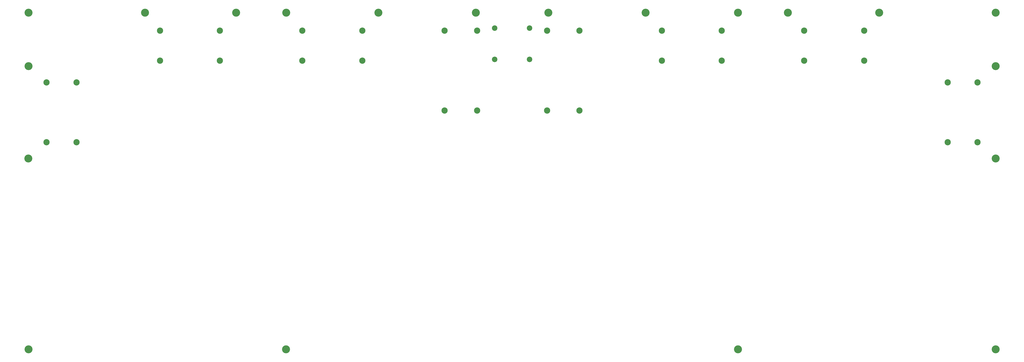
<source format=gbs>
%TF.GenerationSoftware,KiCad,Pcbnew,(6.0.0)*%
%TF.CreationDate,2022-03-05T22:59:03-05:00*%
%TF.ProjectId,custom_keyboard plate v3 bottom,63757374-6f6d-45f6-9b65-79626f617264,rev?*%
%TF.SameCoordinates,Original*%
%TF.FileFunction,Soldermask,Bot*%
%TF.FilePolarity,Negative*%
%FSLAX46Y46*%
G04 Gerber Fmt 4.6, Leading zero omitted, Abs format (unit mm)*
G04 Created by KiCad (PCBNEW (6.0.0)) date 2022-03-05 22:59:03*
%MOMM*%
%LPD*%
G01*
G04 APERTURE LIST*
%ADD10C,3.200000*%
%ADD11C,2.500000*%
%ADD12C,2.200000*%
G04 APERTURE END LIST*
D10*
%TO.C,M3*%
X196624200Y-76195200D03*
%TD*%
%TO.C,M3*%
X17461400Y-211124200D03*
%TD*%
D11*
%TO.C,M2.5*%
X271124200Y-95413700D03*
%TD*%
D10*
%TO.C,M3*%
X157624200Y-76195200D03*
%TD*%
D11*
%TO.C,M2.5*%
X94124200Y-83413700D03*
%TD*%
D10*
%TO.C,M3*%
X301606000Y-76195200D03*
%TD*%
D11*
%TO.C,M2.5*%
X151124200Y-83413700D03*
%TD*%
D10*
%TO.C,M3*%
X404787000Y-76195200D03*
%TD*%
D11*
%TO.C,M2.5*%
X197124200Y-83413700D03*
%TD*%
D10*
%TO.C,M3*%
X358124200Y-76195200D03*
%TD*%
D11*
%TO.C,M2.5*%
X94124200Y-95413700D03*
%TD*%
%TO.C,M2.5*%
X397568500Y-104132200D03*
%TD*%
D12*
%TO.C,M2*%
X218124200Y-82413700D03*
%TD*%
D11*
%TO.C,M2.5*%
X225124200Y-83413700D03*
%TD*%
%TO.C,M2.5*%
X197124200Y-115413700D03*
%TD*%
%TO.C,M2.5*%
X352124200Y-83413700D03*
%TD*%
%TO.C,M2.5*%
X127124200Y-83413700D03*
%TD*%
D10*
%TO.C,M3*%
X120624200Y-211124200D03*
%TD*%
D11*
%TO.C,M2.5*%
X70124200Y-95413700D03*
%TD*%
D10*
%TO.C,M3*%
X17398400Y-134632200D03*
%TD*%
D11*
%TO.C,M2.5*%
X238124200Y-83413700D03*
%TD*%
%TO.C,M2.5*%
X36679901Y-104132200D03*
%TD*%
%TO.C,M2.5*%
X24679901Y-128132200D03*
%TD*%
D12*
%TO.C,M2*%
X204124200Y-82413700D03*
%TD*%
D11*
%TO.C,M2.5*%
X328124200Y-95413700D03*
%TD*%
D12*
%TO.C,M2*%
X218124200Y-94913700D03*
%TD*%
D11*
%TO.C,M2.5*%
X238124200Y-115413700D03*
%TD*%
D10*
%TO.C,M3*%
X404787000Y-211124200D03*
%TD*%
%TO.C,M3*%
X120642400Y-76195200D03*
%TD*%
D11*
%TO.C,M2.5*%
X70124200Y-83413700D03*
%TD*%
D10*
%TO.C,M3*%
X100624200Y-76195200D03*
%TD*%
%TO.C,M3*%
X264624200Y-76195200D03*
%TD*%
D11*
%TO.C,M2.5*%
X151124200Y-95413700D03*
%TD*%
D10*
%TO.C,M3*%
X404787000Y-134632200D03*
%TD*%
D11*
%TO.C,M2.5*%
X295124200Y-95413700D03*
%TD*%
%TO.C,M2.5*%
X328124200Y-83413700D03*
%TD*%
D10*
%TO.C,M3*%
X17461400Y-76195200D03*
%TD*%
D11*
%TO.C,M2.5*%
X24679901Y-104132200D03*
%TD*%
D10*
%TO.C,M3*%
X225624200Y-76195200D03*
%TD*%
D11*
%TO.C,M2.5*%
X36679901Y-128132200D03*
%TD*%
%TO.C,M2.5*%
X271124200Y-83413700D03*
%TD*%
%TO.C,M2.5*%
X184124200Y-115413700D03*
%TD*%
D10*
%TO.C,M3*%
X64124200Y-76195200D03*
%TD*%
%TO.C,M3*%
X404787000Y-97625100D03*
%TD*%
D11*
%TO.C,M2.5*%
X385568500Y-104132200D03*
%TD*%
%TO.C,M2.5*%
X385568500Y-128132200D03*
%TD*%
D10*
%TO.C,M3*%
X17429900Y-97632200D03*
%TD*%
%TO.C,M3*%
X301624200Y-211124200D03*
%TD*%
D11*
%TO.C,M2.5*%
X295124200Y-83413700D03*
%TD*%
%TO.C,M2.5*%
X184124200Y-83413700D03*
%TD*%
%TO.C,M2.5*%
X225124200Y-115413700D03*
%TD*%
D10*
%TO.C,M3*%
X321624200Y-76195200D03*
%TD*%
D11*
%TO.C,M2.5*%
X127124200Y-95413700D03*
%TD*%
D12*
%TO.C,M2*%
X204124200Y-94913700D03*
%TD*%
D11*
%TO.C,M2.5*%
X397568500Y-128132200D03*
%TD*%
%TO.C,M2.5*%
X352124200Y-95413700D03*
%TD*%
M02*

</source>
